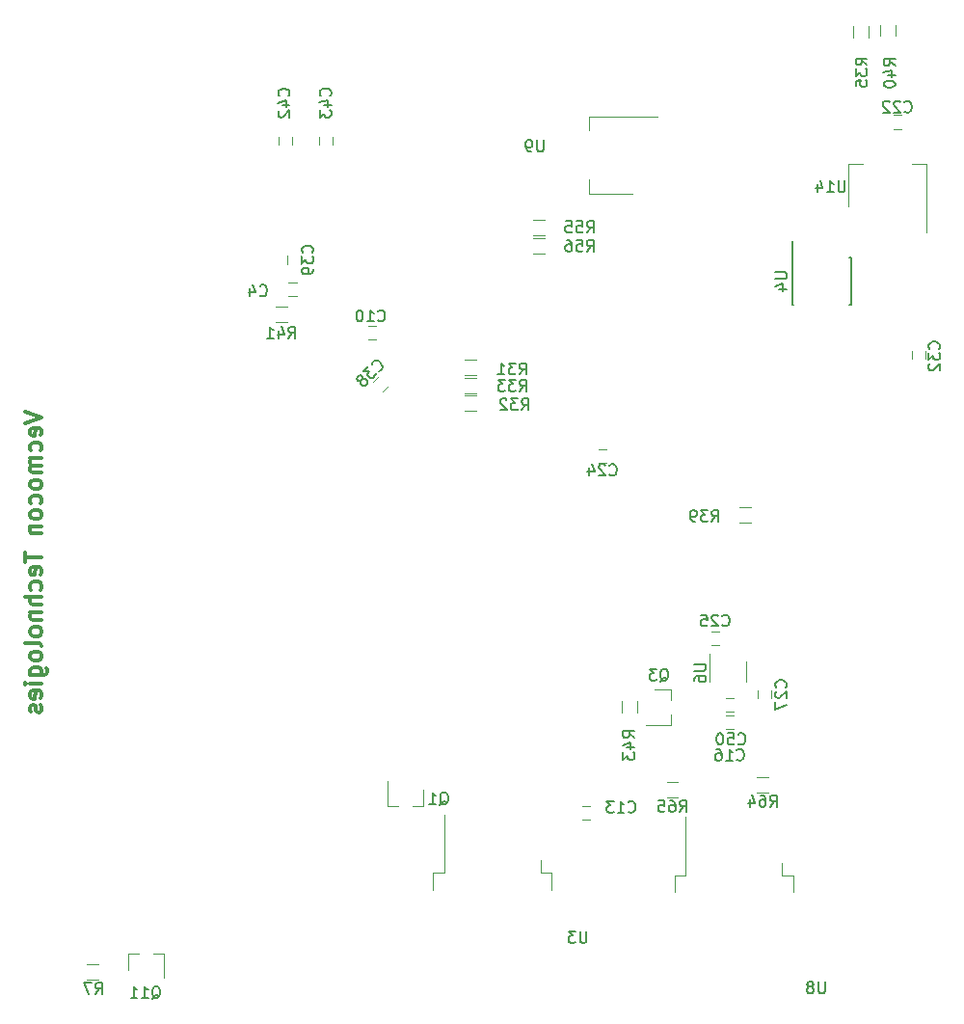
<source format=gbr>
G04 #@! TF.FileFunction,Legend,Bot*
%FSLAX46Y46*%
G04 Gerber Fmt 4.6, Leading zero omitted, Abs format (unit mm)*
G04 Created by KiCad (PCBNEW 4.0.5) date 06/08/18 20:03:19*
%MOMM*%
%LPD*%
G01*
G04 APERTURE LIST*
%ADD10C,0.100000*%
%ADD11C,0.300000*%
%ADD12C,0.120000*%
%ADD13C,0.150000*%
G04 APERTURE END LIST*
D10*
D11*
X112716571Y-97966286D02*
X114216571Y-98466286D01*
X112716571Y-98966286D01*
X114145143Y-100037714D02*
X114216571Y-99894857D01*
X114216571Y-99609143D01*
X114145143Y-99466286D01*
X114002286Y-99394857D01*
X113430857Y-99394857D01*
X113288000Y-99466286D01*
X113216571Y-99609143D01*
X113216571Y-99894857D01*
X113288000Y-100037714D01*
X113430857Y-100109143D01*
X113573714Y-100109143D01*
X113716571Y-99394857D01*
X114145143Y-101394857D02*
X114216571Y-101252000D01*
X114216571Y-100966286D01*
X114145143Y-100823428D01*
X114073714Y-100752000D01*
X113930857Y-100680571D01*
X113502286Y-100680571D01*
X113359429Y-100752000D01*
X113288000Y-100823428D01*
X113216571Y-100966286D01*
X113216571Y-101252000D01*
X113288000Y-101394857D01*
X114216571Y-102037714D02*
X113216571Y-102037714D01*
X113359429Y-102037714D02*
X113288000Y-102109142D01*
X113216571Y-102252000D01*
X113216571Y-102466285D01*
X113288000Y-102609142D01*
X113430857Y-102680571D01*
X114216571Y-102680571D01*
X113430857Y-102680571D02*
X113288000Y-102752000D01*
X113216571Y-102894857D01*
X113216571Y-103109142D01*
X113288000Y-103252000D01*
X113430857Y-103323428D01*
X114216571Y-103323428D01*
X114216571Y-104252000D02*
X114145143Y-104109142D01*
X114073714Y-104037714D01*
X113930857Y-103966285D01*
X113502286Y-103966285D01*
X113359429Y-104037714D01*
X113288000Y-104109142D01*
X113216571Y-104252000D01*
X113216571Y-104466285D01*
X113288000Y-104609142D01*
X113359429Y-104680571D01*
X113502286Y-104752000D01*
X113930857Y-104752000D01*
X114073714Y-104680571D01*
X114145143Y-104609142D01*
X114216571Y-104466285D01*
X114216571Y-104252000D01*
X114145143Y-106037714D02*
X114216571Y-105894857D01*
X114216571Y-105609143D01*
X114145143Y-105466285D01*
X114073714Y-105394857D01*
X113930857Y-105323428D01*
X113502286Y-105323428D01*
X113359429Y-105394857D01*
X113288000Y-105466285D01*
X113216571Y-105609143D01*
X113216571Y-105894857D01*
X113288000Y-106037714D01*
X114216571Y-106894857D02*
X114145143Y-106751999D01*
X114073714Y-106680571D01*
X113930857Y-106609142D01*
X113502286Y-106609142D01*
X113359429Y-106680571D01*
X113288000Y-106751999D01*
X113216571Y-106894857D01*
X113216571Y-107109142D01*
X113288000Y-107251999D01*
X113359429Y-107323428D01*
X113502286Y-107394857D01*
X113930857Y-107394857D01*
X114073714Y-107323428D01*
X114145143Y-107251999D01*
X114216571Y-107109142D01*
X114216571Y-106894857D01*
X113216571Y-108037714D02*
X114216571Y-108037714D01*
X113359429Y-108037714D02*
X113288000Y-108109142D01*
X113216571Y-108252000D01*
X113216571Y-108466285D01*
X113288000Y-108609142D01*
X113430857Y-108680571D01*
X114216571Y-108680571D01*
X112716571Y-110323428D02*
X112716571Y-111180571D01*
X114216571Y-110752000D02*
X112716571Y-110752000D01*
X114145143Y-112251999D02*
X114216571Y-112109142D01*
X114216571Y-111823428D01*
X114145143Y-111680571D01*
X114002286Y-111609142D01*
X113430857Y-111609142D01*
X113288000Y-111680571D01*
X113216571Y-111823428D01*
X113216571Y-112109142D01*
X113288000Y-112251999D01*
X113430857Y-112323428D01*
X113573714Y-112323428D01*
X113716571Y-111609142D01*
X114145143Y-113609142D02*
X114216571Y-113466285D01*
X114216571Y-113180571D01*
X114145143Y-113037713D01*
X114073714Y-112966285D01*
X113930857Y-112894856D01*
X113502286Y-112894856D01*
X113359429Y-112966285D01*
X113288000Y-113037713D01*
X113216571Y-113180571D01*
X113216571Y-113466285D01*
X113288000Y-113609142D01*
X114216571Y-114251999D02*
X112716571Y-114251999D01*
X114216571Y-114894856D02*
X113430857Y-114894856D01*
X113288000Y-114823427D01*
X113216571Y-114680570D01*
X113216571Y-114466285D01*
X113288000Y-114323427D01*
X113359429Y-114251999D01*
X113216571Y-115609142D02*
X114216571Y-115609142D01*
X113359429Y-115609142D02*
X113288000Y-115680570D01*
X113216571Y-115823428D01*
X113216571Y-116037713D01*
X113288000Y-116180570D01*
X113430857Y-116251999D01*
X114216571Y-116251999D01*
X114216571Y-117180571D02*
X114145143Y-117037713D01*
X114073714Y-116966285D01*
X113930857Y-116894856D01*
X113502286Y-116894856D01*
X113359429Y-116966285D01*
X113288000Y-117037713D01*
X113216571Y-117180571D01*
X113216571Y-117394856D01*
X113288000Y-117537713D01*
X113359429Y-117609142D01*
X113502286Y-117680571D01*
X113930857Y-117680571D01*
X114073714Y-117609142D01*
X114145143Y-117537713D01*
X114216571Y-117394856D01*
X114216571Y-117180571D01*
X114216571Y-118537714D02*
X114145143Y-118394856D01*
X114002286Y-118323428D01*
X112716571Y-118323428D01*
X114216571Y-119323428D02*
X114145143Y-119180570D01*
X114073714Y-119109142D01*
X113930857Y-119037713D01*
X113502286Y-119037713D01*
X113359429Y-119109142D01*
X113288000Y-119180570D01*
X113216571Y-119323428D01*
X113216571Y-119537713D01*
X113288000Y-119680570D01*
X113359429Y-119751999D01*
X113502286Y-119823428D01*
X113930857Y-119823428D01*
X114073714Y-119751999D01*
X114145143Y-119680570D01*
X114216571Y-119537713D01*
X114216571Y-119323428D01*
X113216571Y-121109142D02*
X114430857Y-121109142D01*
X114573714Y-121037713D01*
X114645143Y-120966285D01*
X114716571Y-120823428D01*
X114716571Y-120609142D01*
X114645143Y-120466285D01*
X114145143Y-121109142D02*
X114216571Y-120966285D01*
X114216571Y-120680571D01*
X114145143Y-120537713D01*
X114073714Y-120466285D01*
X113930857Y-120394856D01*
X113502286Y-120394856D01*
X113359429Y-120466285D01*
X113288000Y-120537713D01*
X113216571Y-120680571D01*
X113216571Y-120966285D01*
X113288000Y-121109142D01*
X114216571Y-121823428D02*
X113216571Y-121823428D01*
X112716571Y-121823428D02*
X112788000Y-121751999D01*
X112859429Y-121823428D01*
X112788000Y-121894856D01*
X112716571Y-121823428D01*
X112859429Y-121823428D01*
X114145143Y-123109142D02*
X114216571Y-122966285D01*
X114216571Y-122680571D01*
X114145143Y-122537714D01*
X114002286Y-122466285D01*
X113430857Y-122466285D01*
X113288000Y-122537714D01*
X113216571Y-122680571D01*
X113216571Y-122966285D01*
X113288000Y-123109142D01*
X113430857Y-123180571D01*
X113573714Y-123180571D01*
X113716571Y-122466285D01*
X114145143Y-123751999D02*
X114216571Y-123894856D01*
X114216571Y-124180571D01*
X114145143Y-124323428D01*
X114002286Y-124394856D01*
X113930857Y-124394856D01*
X113788000Y-124323428D01*
X113716571Y-124180571D01*
X113716571Y-123966285D01*
X113645143Y-123823428D01*
X113502286Y-123751999D01*
X113430857Y-123751999D01*
X113288000Y-123823428D01*
X113216571Y-123966285D01*
X113216571Y-124180571D01*
X113288000Y-124323428D01*
D12*
X147757000Y-132586000D02*
X146827000Y-132586000D01*
X144597000Y-132586000D02*
X145527000Y-132586000D01*
X144597000Y-132586000D02*
X144597000Y-130426000D01*
X147757000Y-132586000D02*
X147757000Y-131126000D01*
X169460000Y-122370000D02*
X169460000Y-123300000D01*
X169460000Y-125530000D02*
X169460000Y-124600000D01*
X169460000Y-125530000D02*
X167300000Y-125530000D01*
X169460000Y-122370000D02*
X168000000Y-122370000D01*
X148600000Y-139950000D02*
X148600000Y-138450000D01*
X148600000Y-138450000D02*
X149550000Y-138450000D01*
X149550000Y-138450000D02*
X149550000Y-133325000D01*
X159000000Y-139950000D02*
X159000000Y-138450000D01*
X159000000Y-138450000D02*
X158050000Y-138450000D01*
X158050000Y-138450000D02*
X158050000Y-137350000D01*
X176108000Y-119877000D02*
X176108000Y-121677000D01*
X172888000Y-121677000D02*
X172888000Y-119227000D01*
X162301000Y-78848000D02*
X162301000Y-77588000D01*
X162301000Y-72028000D02*
X162301000Y-73288000D01*
X166061000Y-78848000D02*
X162301000Y-78848000D01*
X168311000Y-72028000D02*
X162301000Y-72028000D01*
X169806000Y-140155000D02*
X169806000Y-138655000D01*
X169806000Y-138655000D02*
X170756000Y-138655000D01*
X170756000Y-138655000D02*
X170756000Y-133530000D01*
X180206000Y-140155000D02*
X180206000Y-138655000D01*
X180206000Y-138655000D02*
X179256000Y-138655000D01*
X179256000Y-138655000D02*
X179256000Y-137555000D01*
X185090000Y-76190000D02*
X186350000Y-76190000D01*
X191910000Y-76190000D02*
X190650000Y-76190000D01*
X185090000Y-79950000D02*
X185090000Y-76190000D01*
X191910000Y-82200000D02*
X191910000Y-76190000D01*
X136600000Y-86650000D02*
X135900000Y-86650000D01*
X135900000Y-87850000D02*
X136600000Y-87850000D01*
X142906000Y-91659000D02*
X143606000Y-91659000D01*
X143606000Y-90459000D02*
X142906000Y-90459000D01*
X161650000Y-133800000D02*
X162350000Y-133800000D01*
X162350000Y-132600000D02*
X161650000Y-132600000D01*
X174275000Y-125822000D02*
X174975000Y-125822000D01*
X174975000Y-124622000D02*
X174275000Y-124622000D01*
X189714000Y-71928000D02*
X189014000Y-71928000D01*
X189014000Y-73128000D02*
X189714000Y-73128000D01*
X163099000Y-102454000D02*
X163799000Y-102454000D01*
X163799000Y-101254000D02*
X163099000Y-101254000D01*
X173005000Y-118456000D02*
X173705000Y-118456000D01*
X173705000Y-117256000D02*
X173005000Y-117256000D01*
X177073000Y-122459000D02*
X177073000Y-123159000D01*
X178273000Y-123159000D02*
X178273000Y-122459000D01*
X135036000Y-73818000D02*
X135036000Y-74518000D01*
X136236000Y-74518000D02*
X136236000Y-73818000D01*
X138592000Y-73818000D02*
X138592000Y-74518000D01*
X139792000Y-74518000D02*
X139792000Y-73818000D01*
X174275000Y-124298000D02*
X174975000Y-124298000D01*
X174975000Y-123098000D02*
X174275000Y-123098000D01*
X119150000Y-146460000D02*
X118150000Y-146460000D01*
X118150000Y-147820000D02*
X119150000Y-147820000D01*
X151392000Y-94787000D02*
X152392000Y-94787000D01*
X152392000Y-93427000D02*
X151392000Y-93427000D01*
X152392000Y-96538500D02*
X151392000Y-96538500D01*
X151392000Y-97898500D02*
X152392000Y-97898500D01*
X151392000Y-96374500D02*
X152392000Y-96374500D01*
X152392000Y-95014500D02*
X151392000Y-95014500D01*
X185502000Y-64143000D02*
X185502000Y-65143000D01*
X186862000Y-65143000D02*
X186862000Y-64143000D01*
X176522000Y-106381000D02*
X175522000Y-106381000D01*
X175522000Y-107741000D02*
X176522000Y-107741000D01*
X189240000Y-64990000D02*
X189240000Y-63990000D01*
X187880000Y-63990000D02*
X187880000Y-64990000D01*
X134755000Y-90088000D02*
X135755000Y-90088000D01*
X135755000Y-88728000D02*
X134755000Y-88728000D01*
X165170000Y-123400000D02*
X165170000Y-124400000D01*
X166530000Y-124400000D02*
X166530000Y-123400000D01*
X143823223Y-94828249D02*
X143328249Y-95323223D01*
X144176777Y-96171751D02*
X144671751Y-95676777D01*
X136998000Y-84982800D02*
X136998000Y-84282800D01*
X135798000Y-84282800D02*
X135798000Y-84982800D01*
X191862000Y-93314000D02*
X191862000Y-92614000D01*
X190662000Y-92614000D02*
X190662000Y-93314000D01*
X121780000Y-145530000D02*
X122710000Y-145530000D01*
X124940000Y-145530000D02*
X124010000Y-145530000D01*
X124940000Y-145530000D02*
X124940000Y-147690000D01*
X121780000Y-145530000D02*
X121780000Y-146990000D01*
D13*
X180125000Y-84425000D02*
X180175000Y-84425000D01*
X180125000Y-88575000D02*
X180270000Y-88575000D01*
X185275000Y-88575000D02*
X185130000Y-88575000D01*
X185275000Y-84425000D02*
X185130000Y-84425000D01*
X180125000Y-84425000D02*
X180125000Y-88575000D01*
X185275000Y-84425000D02*
X185275000Y-88575000D01*
X180175000Y-84425000D02*
X180175000Y-83025000D01*
D12*
X158361000Y-81108000D02*
X157361000Y-81108000D01*
X157361000Y-82468000D02*
X158361000Y-82468000D01*
X158361000Y-82759000D02*
X157361000Y-82759000D01*
X157361000Y-84119000D02*
X158361000Y-84119000D01*
X178050000Y-130070000D02*
X177050000Y-130070000D01*
X177050000Y-131430000D02*
X178050000Y-131430000D01*
X170100000Y-130520000D02*
X169100000Y-130520000D01*
X169100000Y-131880000D02*
X170100000Y-131880000D01*
D13*
X149167838Y-132500619D02*
X149263076Y-132453000D01*
X149358314Y-132357762D01*
X149501171Y-132214905D01*
X149596410Y-132167286D01*
X149691648Y-132167286D01*
X149644029Y-132405381D02*
X149739267Y-132357762D01*
X149834505Y-132262524D01*
X149882124Y-132072048D01*
X149882124Y-131738714D01*
X149834505Y-131548238D01*
X149739267Y-131453000D01*
X149644029Y-131405381D01*
X149453552Y-131405381D01*
X149358314Y-131453000D01*
X149263076Y-131548238D01*
X149215457Y-131738714D01*
X149215457Y-132072048D01*
X149263076Y-132262524D01*
X149358314Y-132357762D01*
X149453552Y-132405381D01*
X149644029Y-132405381D01*
X148263076Y-132405381D02*
X148834505Y-132405381D01*
X148548791Y-132405381D02*
X148548791Y-131405381D01*
X148644029Y-131548238D01*
X148739267Y-131643476D01*
X148834505Y-131691095D01*
X168505238Y-121657619D02*
X168600476Y-121610000D01*
X168695714Y-121514762D01*
X168838571Y-121371905D01*
X168933810Y-121324286D01*
X169029048Y-121324286D01*
X168981429Y-121562381D02*
X169076667Y-121514762D01*
X169171905Y-121419524D01*
X169219524Y-121229048D01*
X169219524Y-120895714D01*
X169171905Y-120705238D01*
X169076667Y-120610000D01*
X168981429Y-120562381D01*
X168790952Y-120562381D01*
X168695714Y-120610000D01*
X168600476Y-120705238D01*
X168552857Y-120895714D01*
X168552857Y-121229048D01*
X168600476Y-121419524D01*
X168695714Y-121514762D01*
X168790952Y-121562381D01*
X168981429Y-121562381D01*
X168219524Y-120562381D02*
X167600476Y-120562381D01*
X167933810Y-120943333D01*
X167790952Y-120943333D01*
X167695714Y-120990952D01*
X167648095Y-121038571D01*
X167600476Y-121133810D01*
X167600476Y-121371905D01*
X167648095Y-121467143D01*
X167695714Y-121514762D01*
X167790952Y-121562381D01*
X168076667Y-121562381D01*
X168171905Y-121514762D01*
X168219524Y-121467143D01*
X162051905Y-143597381D02*
X162051905Y-144406905D01*
X162004286Y-144502143D01*
X161956667Y-144549762D01*
X161861429Y-144597381D01*
X161670952Y-144597381D01*
X161575714Y-144549762D01*
X161528095Y-144502143D01*
X161480476Y-144406905D01*
X161480476Y-143597381D01*
X161099524Y-143597381D02*
X160480476Y-143597381D01*
X160813810Y-143978333D01*
X160670952Y-143978333D01*
X160575714Y-144025952D01*
X160528095Y-144073571D01*
X160480476Y-144168810D01*
X160480476Y-144406905D01*
X160528095Y-144502143D01*
X160575714Y-144549762D01*
X160670952Y-144597381D01*
X160956667Y-144597381D01*
X161051905Y-144549762D01*
X161099524Y-144502143D01*
X171537381Y-120142095D02*
X172346905Y-120142095D01*
X172442143Y-120189714D01*
X172489762Y-120237333D01*
X172537381Y-120332571D01*
X172537381Y-120523048D01*
X172489762Y-120618286D01*
X172442143Y-120665905D01*
X172346905Y-120713524D01*
X171537381Y-120713524D01*
X171537381Y-121618286D02*
X171537381Y-121427809D01*
X171585000Y-121332571D01*
X171632619Y-121284952D01*
X171775476Y-121189714D01*
X171965952Y-121142095D01*
X172346905Y-121142095D01*
X172442143Y-121189714D01*
X172489762Y-121237333D01*
X172537381Y-121332571D01*
X172537381Y-121523048D01*
X172489762Y-121618286D01*
X172442143Y-121665905D01*
X172346905Y-121713524D01*
X172108810Y-121713524D01*
X172013571Y-121665905D01*
X171965952Y-121618286D01*
X171918333Y-121523048D01*
X171918333Y-121332571D01*
X171965952Y-121237333D01*
X172013571Y-121189714D01*
X172108810Y-121142095D01*
X158292705Y-74128381D02*
X158292705Y-74937905D01*
X158245086Y-75033143D01*
X158197467Y-75080762D01*
X158102229Y-75128381D01*
X157911752Y-75128381D01*
X157816514Y-75080762D01*
X157768895Y-75033143D01*
X157721276Y-74937905D01*
X157721276Y-74128381D01*
X157197467Y-75128381D02*
X157006991Y-75128381D01*
X156911752Y-75080762D01*
X156864133Y-75033143D01*
X156768895Y-74890286D01*
X156721276Y-74699810D01*
X156721276Y-74318857D01*
X156768895Y-74223619D01*
X156816514Y-74176000D01*
X156911752Y-74128381D01*
X157102229Y-74128381D01*
X157197467Y-74176000D01*
X157245086Y-74223619D01*
X157292705Y-74318857D01*
X157292705Y-74556952D01*
X157245086Y-74652190D01*
X157197467Y-74699810D01*
X157102229Y-74747429D01*
X156911752Y-74747429D01*
X156816514Y-74699810D01*
X156768895Y-74652190D01*
X156721276Y-74556952D01*
X183006905Y-148042381D02*
X183006905Y-148851905D01*
X182959286Y-148947143D01*
X182911667Y-148994762D01*
X182816429Y-149042381D01*
X182625952Y-149042381D01*
X182530714Y-148994762D01*
X182483095Y-148947143D01*
X182435476Y-148851905D01*
X182435476Y-148042381D01*
X181816429Y-148470952D02*
X181911667Y-148423333D01*
X181959286Y-148375714D01*
X182006905Y-148280476D01*
X182006905Y-148232857D01*
X181959286Y-148137619D01*
X181911667Y-148090000D01*
X181816429Y-148042381D01*
X181625952Y-148042381D01*
X181530714Y-148090000D01*
X181483095Y-148137619D01*
X181435476Y-148232857D01*
X181435476Y-148280476D01*
X181483095Y-148375714D01*
X181530714Y-148423333D01*
X181625952Y-148470952D01*
X181816429Y-148470952D01*
X181911667Y-148518571D01*
X181959286Y-148566190D01*
X182006905Y-148661429D01*
X182006905Y-148851905D01*
X181959286Y-148947143D01*
X181911667Y-148994762D01*
X181816429Y-149042381D01*
X181625952Y-149042381D01*
X181530714Y-148994762D01*
X181483095Y-148947143D01*
X181435476Y-148851905D01*
X181435476Y-148661429D01*
X181483095Y-148566190D01*
X181530714Y-148518571D01*
X181625952Y-148470952D01*
X184753095Y-77684381D02*
X184753095Y-78493905D01*
X184705476Y-78589143D01*
X184657857Y-78636762D01*
X184562619Y-78684381D01*
X184372142Y-78684381D01*
X184276904Y-78636762D01*
X184229285Y-78589143D01*
X184181666Y-78493905D01*
X184181666Y-77684381D01*
X183181666Y-78684381D02*
X183753095Y-78684381D01*
X183467381Y-78684381D02*
X183467381Y-77684381D01*
X183562619Y-77827238D01*
X183657857Y-77922476D01*
X183753095Y-77970095D01*
X182324523Y-78017714D02*
X182324523Y-78684381D01*
X182562619Y-77636762D02*
X182800714Y-78351048D01*
X182181666Y-78351048D01*
X133368666Y-87734143D02*
X133416285Y-87781762D01*
X133559142Y-87829381D01*
X133654380Y-87829381D01*
X133797238Y-87781762D01*
X133892476Y-87686524D01*
X133940095Y-87591286D01*
X133987714Y-87400810D01*
X133987714Y-87257952D01*
X133940095Y-87067476D01*
X133892476Y-86972238D01*
X133797238Y-86877000D01*
X133654380Y-86829381D01*
X133559142Y-86829381D01*
X133416285Y-86877000D01*
X133368666Y-86924619D01*
X132511523Y-87162714D02*
X132511523Y-87829381D01*
X132749619Y-86781762D02*
X132987714Y-87496048D01*
X132368666Y-87496048D01*
X143742857Y-89957143D02*
X143790476Y-90004762D01*
X143933333Y-90052381D01*
X144028571Y-90052381D01*
X144171429Y-90004762D01*
X144266667Y-89909524D01*
X144314286Y-89814286D01*
X144361905Y-89623810D01*
X144361905Y-89480952D01*
X144314286Y-89290476D01*
X144266667Y-89195238D01*
X144171429Y-89100000D01*
X144028571Y-89052381D01*
X143933333Y-89052381D01*
X143790476Y-89100000D01*
X143742857Y-89147619D01*
X142790476Y-90052381D02*
X143361905Y-90052381D01*
X143076191Y-90052381D02*
X143076191Y-89052381D01*
X143171429Y-89195238D01*
X143266667Y-89290476D01*
X143361905Y-89338095D01*
X142171429Y-89052381D02*
X142076190Y-89052381D01*
X141980952Y-89100000D01*
X141933333Y-89147619D01*
X141885714Y-89242857D01*
X141838095Y-89433333D01*
X141838095Y-89671429D01*
X141885714Y-89861905D01*
X141933333Y-89957143D01*
X141980952Y-90004762D01*
X142076190Y-90052381D01*
X142171429Y-90052381D01*
X142266667Y-90004762D01*
X142314286Y-89957143D01*
X142361905Y-89861905D01*
X142409524Y-89671429D01*
X142409524Y-89433333D01*
X142361905Y-89242857D01*
X142314286Y-89147619D01*
X142266667Y-89100000D01*
X142171429Y-89052381D01*
X165742857Y-133072143D02*
X165790476Y-133119762D01*
X165933333Y-133167381D01*
X166028571Y-133167381D01*
X166171429Y-133119762D01*
X166266667Y-133024524D01*
X166314286Y-132929286D01*
X166361905Y-132738810D01*
X166361905Y-132595952D01*
X166314286Y-132405476D01*
X166266667Y-132310238D01*
X166171429Y-132215000D01*
X166028571Y-132167381D01*
X165933333Y-132167381D01*
X165790476Y-132215000D01*
X165742857Y-132262619D01*
X164790476Y-133167381D02*
X165361905Y-133167381D01*
X165076191Y-133167381D02*
X165076191Y-132167381D01*
X165171429Y-132310238D01*
X165266667Y-132405476D01*
X165361905Y-132453095D01*
X164457143Y-132167381D02*
X163838095Y-132167381D01*
X164171429Y-132548333D01*
X164028571Y-132548333D01*
X163933333Y-132595952D01*
X163885714Y-132643571D01*
X163838095Y-132738810D01*
X163838095Y-132976905D01*
X163885714Y-133072143D01*
X163933333Y-133119762D01*
X164028571Y-133167381D01*
X164314286Y-133167381D01*
X164409524Y-133119762D01*
X164457143Y-133072143D01*
X175267857Y-128500143D02*
X175315476Y-128547762D01*
X175458333Y-128595381D01*
X175553571Y-128595381D01*
X175696429Y-128547762D01*
X175791667Y-128452524D01*
X175839286Y-128357286D01*
X175886905Y-128166810D01*
X175886905Y-128023952D01*
X175839286Y-127833476D01*
X175791667Y-127738238D01*
X175696429Y-127643000D01*
X175553571Y-127595381D01*
X175458333Y-127595381D01*
X175315476Y-127643000D01*
X175267857Y-127690619D01*
X174315476Y-128595381D02*
X174886905Y-128595381D01*
X174601191Y-128595381D02*
X174601191Y-127595381D01*
X174696429Y-127738238D01*
X174791667Y-127833476D01*
X174886905Y-127881095D01*
X173458333Y-127595381D02*
X173648810Y-127595381D01*
X173744048Y-127643000D01*
X173791667Y-127690619D01*
X173886905Y-127833476D01*
X173934524Y-128023952D01*
X173934524Y-128404905D01*
X173886905Y-128500143D01*
X173839286Y-128547762D01*
X173744048Y-128595381D01*
X173553571Y-128595381D01*
X173458333Y-128547762D01*
X173410714Y-128500143D01*
X173363095Y-128404905D01*
X173363095Y-128166810D01*
X173410714Y-128071571D01*
X173458333Y-128023952D01*
X173553571Y-127976333D01*
X173744048Y-127976333D01*
X173839286Y-128023952D01*
X173886905Y-128071571D01*
X173934524Y-128166810D01*
X189999857Y-71604143D02*
X190047476Y-71651762D01*
X190190333Y-71699381D01*
X190285571Y-71699381D01*
X190428429Y-71651762D01*
X190523667Y-71556524D01*
X190571286Y-71461286D01*
X190618905Y-71270810D01*
X190618905Y-71127952D01*
X190571286Y-70937476D01*
X190523667Y-70842238D01*
X190428429Y-70747000D01*
X190285571Y-70699381D01*
X190190333Y-70699381D01*
X190047476Y-70747000D01*
X189999857Y-70794619D01*
X189618905Y-70794619D02*
X189571286Y-70747000D01*
X189476048Y-70699381D01*
X189237952Y-70699381D01*
X189142714Y-70747000D01*
X189095095Y-70794619D01*
X189047476Y-70889857D01*
X189047476Y-70985095D01*
X189095095Y-71127952D01*
X189666524Y-71699381D01*
X189047476Y-71699381D01*
X188666524Y-70794619D02*
X188618905Y-70747000D01*
X188523667Y-70699381D01*
X188285571Y-70699381D01*
X188190333Y-70747000D01*
X188142714Y-70794619D01*
X188095095Y-70889857D01*
X188095095Y-70985095D01*
X188142714Y-71127952D01*
X188714143Y-71699381D01*
X188095095Y-71699381D01*
X164091857Y-103481143D02*
X164139476Y-103528762D01*
X164282333Y-103576381D01*
X164377571Y-103576381D01*
X164520429Y-103528762D01*
X164615667Y-103433524D01*
X164663286Y-103338286D01*
X164710905Y-103147810D01*
X164710905Y-103004952D01*
X164663286Y-102814476D01*
X164615667Y-102719238D01*
X164520429Y-102624000D01*
X164377571Y-102576381D01*
X164282333Y-102576381D01*
X164139476Y-102624000D01*
X164091857Y-102671619D01*
X163710905Y-102671619D02*
X163663286Y-102624000D01*
X163568048Y-102576381D01*
X163329952Y-102576381D01*
X163234714Y-102624000D01*
X163187095Y-102671619D01*
X163139476Y-102766857D01*
X163139476Y-102862095D01*
X163187095Y-103004952D01*
X163758524Y-103576381D01*
X163139476Y-103576381D01*
X162282333Y-102909714D02*
X162282333Y-103576381D01*
X162520429Y-102528762D02*
X162758524Y-103243048D01*
X162139476Y-103243048D01*
X173997857Y-116713143D02*
X174045476Y-116760762D01*
X174188333Y-116808381D01*
X174283571Y-116808381D01*
X174426429Y-116760762D01*
X174521667Y-116665524D01*
X174569286Y-116570286D01*
X174616905Y-116379810D01*
X174616905Y-116236952D01*
X174569286Y-116046476D01*
X174521667Y-115951238D01*
X174426429Y-115856000D01*
X174283571Y-115808381D01*
X174188333Y-115808381D01*
X174045476Y-115856000D01*
X173997857Y-115903619D01*
X173616905Y-115903619D02*
X173569286Y-115856000D01*
X173474048Y-115808381D01*
X173235952Y-115808381D01*
X173140714Y-115856000D01*
X173093095Y-115903619D01*
X173045476Y-115998857D01*
X173045476Y-116094095D01*
X173093095Y-116236952D01*
X173664524Y-116808381D01*
X173045476Y-116808381D01*
X172140714Y-115808381D02*
X172616905Y-115808381D01*
X172664524Y-116284571D01*
X172616905Y-116236952D01*
X172521667Y-116189333D01*
X172283571Y-116189333D01*
X172188333Y-116236952D01*
X172140714Y-116284571D01*
X172093095Y-116379810D01*
X172093095Y-116617905D01*
X172140714Y-116713143D01*
X172188333Y-116760762D01*
X172283571Y-116808381D01*
X172521667Y-116808381D01*
X172616905Y-116760762D01*
X172664524Y-116713143D01*
X179554143Y-122166143D02*
X179601762Y-122118524D01*
X179649381Y-121975667D01*
X179649381Y-121880429D01*
X179601762Y-121737571D01*
X179506524Y-121642333D01*
X179411286Y-121594714D01*
X179220810Y-121547095D01*
X179077952Y-121547095D01*
X178887476Y-121594714D01*
X178792238Y-121642333D01*
X178697000Y-121737571D01*
X178649381Y-121880429D01*
X178649381Y-121975667D01*
X178697000Y-122118524D01*
X178744619Y-122166143D01*
X178744619Y-122547095D02*
X178697000Y-122594714D01*
X178649381Y-122689952D01*
X178649381Y-122928048D01*
X178697000Y-123023286D01*
X178744619Y-123070905D01*
X178839857Y-123118524D01*
X178935095Y-123118524D01*
X179077952Y-123070905D01*
X179649381Y-122499476D01*
X179649381Y-123118524D01*
X178649381Y-123451857D02*
X178649381Y-124118524D01*
X179649381Y-123689952D01*
X135893143Y-70225143D02*
X135940762Y-70177524D01*
X135988381Y-70034667D01*
X135988381Y-69939429D01*
X135940762Y-69796571D01*
X135845524Y-69701333D01*
X135750286Y-69653714D01*
X135559810Y-69606095D01*
X135416952Y-69606095D01*
X135226476Y-69653714D01*
X135131238Y-69701333D01*
X135036000Y-69796571D01*
X134988381Y-69939429D01*
X134988381Y-70034667D01*
X135036000Y-70177524D01*
X135083619Y-70225143D01*
X135321714Y-71082286D02*
X135988381Y-71082286D01*
X134940762Y-70844190D02*
X135655048Y-70606095D01*
X135655048Y-71225143D01*
X135083619Y-71558476D02*
X135036000Y-71606095D01*
X134988381Y-71701333D01*
X134988381Y-71939429D01*
X135036000Y-72034667D01*
X135083619Y-72082286D01*
X135178857Y-72129905D01*
X135274095Y-72129905D01*
X135416952Y-72082286D01*
X135988381Y-71510857D01*
X135988381Y-72129905D01*
X139541143Y-70210143D02*
X139588762Y-70162524D01*
X139636381Y-70019667D01*
X139636381Y-69924429D01*
X139588762Y-69781571D01*
X139493524Y-69686333D01*
X139398286Y-69638714D01*
X139207810Y-69591095D01*
X139064952Y-69591095D01*
X138874476Y-69638714D01*
X138779238Y-69686333D01*
X138684000Y-69781571D01*
X138636381Y-69924429D01*
X138636381Y-70019667D01*
X138684000Y-70162524D01*
X138731619Y-70210143D01*
X138969714Y-71067286D02*
X139636381Y-71067286D01*
X138588762Y-70829190D02*
X139303048Y-70591095D01*
X139303048Y-71210143D01*
X138636381Y-71495857D02*
X138636381Y-72114905D01*
X139017333Y-71781571D01*
X139017333Y-71924429D01*
X139064952Y-72019667D01*
X139112571Y-72067286D01*
X139207810Y-72114905D01*
X139445905Y-72114905D01*
X139541143Y-72067286D01*
X139588762Y-72019667D01*
X139636381Y-71924429D01*
X139636381Y-71638714D01*
X139588762Y-71543476D01*
X139541143Y-71495857D01*
X175394857Y-127103143D02*
X175442476Y-127150762D01*
X175585333Y-127198381D01*
X175680571Y-127198381D01*
X175823429Y-127150762D01*
X175918667Y-127055524D01*
X175966286Y-126960286D01*
X176013905Y-126769810D01*
X176013905Y-126626952D01*
X175966286Y-126436476D01*
X175918667Y-126341238D01*
X175823429Y-126246000D01*
X175680571Y-126198381D01*
X175585333Y-126198381D01*
X175442476Y-126246000D01*
X175394857Y-126293619D01*
X174490095Y-126198381D02*
X174966286Y-126198381D01*
X175013905Y-126674571D01*
X174966286Y-126626952D01*
X174871048Y-126579333D01*
X174632952Y-126579333D01*
X174537714Y-126626952D01*
X174490095Y-126674571D01*
X174442476Y-126769810D01*
X174442476Y-127007905D01*
X174490095Y-127103143D01*
X174537714Y-127150762D01*
X174632952Y-127198381D01*
X174871048Y-127198381D01*
X174966286Y-127150762D01*
X175013905Y-127103143D01*
X173823429Y-126198381D02*
X173728190Y-126198381D01*
X173632952Y-126246000D01*
X173585333Y-126293619D01*
X173537714Y-126388857D01*
X173490095Y-126579333D01*
X173490095Y-126817429D01*
X173537714Y-127007905D01*
X173585333Y-127103143D01*
X173632952Y-127150762D01*
X173728190Y-127198381D01*
X173823429Y-127198381D01*
X173918667Y-127150762D01*
X173966286Y-127103143D01*
X174013905Y-127007905D01*
X174061524Y-126817429D01*
X174061524Y-126579333D01*
X174013905Y-126388857D01*
X173966286Y-126293619D01*
X173918667Y-126246000D01*
X173823429Y-126198381D01*
X118926666Y-149102381D02*
X119260000Y-148626190D01*
X119498095Y-149102381D02*
X119498095Y-148102381D01*
X119117142Y-148102381D01*
X119021904Y-148150000D01*
X118974285Y-148197619D01*
X118926666Y-148292857D01*
X118926666Y-148435714D01*
X118974285Y-148530952D01*
X119021904Y-148578571D01*
X119117142Y-148626190D01*
X119498095Y-148626190D01*
X118593333Y-148102381D02*
X117926666Y-148102381D01*
X118355238Y-149102381D01*
X156167057Y-94711781D02*
X156500391Y-94235590D01*
X156738486Y-94711781D02*
X156738486Y-93711781D01*
X156357533Y-93711781D01*
X156262295Y-93759400D01*
X156214676Y-93807019D01*
X156167057Y-93902257D01*
X156167057Y-94045114D01*
X156214676Y-94140352D01*
X156262295Y-94187971D01*
X156357533Y-94235590D01*
X156738486Y-94235590D01*
X155833724Y-93711781D02*
X155214676Y-93711781D01*
X155548010Y-94092733D01*
X155405152Y-94092733D01*
X155309914Y-94140352D01*
X155262295Y-94187971D01*
X155214676Y-94283210D01*
X155214676Y-94521305D01*
X155262295Y-94616543D01*
X155309914Y-94664162D01*
X155405152Y-94711781D01*
X155690867Y-94711781D01*
X155786105Y-94664162D01*
X155833724Y-94616543D01*
X154262295Y-94711781D02*
X154833724Y-94711781D01*
X154548010Y-94711781D02*
X154548010Y-93711781D01*
X154643248Y-93854638D01*
X154738486Y-93949876D01*
X154833724Y-93997495D01*
X156370257Y-97823281D02*
X156703591Y-97347090D01*
X156941686Y-97823281D02*
X156941686Y-96823281D01*
X156560733Y-96823281D01*
X156465495Y-96870900D01*
X156417876Y-96918519D01*
X156370257Y-97013757D01*
X156370257Y-97156614D01*
X156417876Y-97251852D01*
X156465495Y-97299471D01*
X156560733Y-97347090D01*
X156941686Y-97347090D01*
X156036924Y-96823281D02*
X155417876Y-96823281D01*
X155751210Y-97204233D01*
X155608352Y-97204233D01*
X155513114Y-97251852D01*
X155465495Y-97299471D01*
X155417876Y-97394710D01*
X155417876Y-97632805D01*
X155465495Y-97728043D01*
X155513114Y-97775662D01*
X155608352Y-97823281D01*
X155894067Y-97823281D01*
X155989305Y-97775662D01*
X156036924Y-97728043D01*
X155036924Y-96918519D02*
X154989305Y-96870900D01*
X154894067Y-96823281D01*
X154655971Y-96823281D01*
X154560733Y-96870900D01*
X154513114Y-96918519D01*
X154465495Y-97013757D01*
X154465495Y-97108995D01*
X154513114Y-97251852D01*
X155084543Y-97823281D01*
X154465495Y-97823281D01*
X156192457Y-96172281D02*
X156525791Y-95696090D01*
X156763886Y-96172281D02*
X156763886Y-95172281D01*
X156382933Y-95172281D01*
X156287695Y-95219900D01*
X156240076Y-95267519D01*
X156192457Y-95362757D01*
X156192457Y-95505614D01*
X156240076Y-95600852D01*
X156287695Y-95648471D01*
X156382933Y-95696090D01*
X156763886Y-95696090D01*
X155859124Y-95172281D02*
X155240076Y-95172281D01*
X155573410Y-95553233D01*
X155430552Y-95553233D01*
X155335314Y-95600852D01*
X155287695Y-95648471D01*
X155240076Y-95743710D01*
X155240076Y-95981805D01*
X155287695Y-96077043D01*
X155335314Y-96124662D01*
X155430552Y-96172281D01*
X155716267Y-96172281D01*
X155811505Y-96124662D01*
X155859124Y-96077043D01*
X154906743Y-95172281D02*
X154287695Y-95172281D01*
X154621029Y-95553233D01*
X154478171Y-95553233D01*
X154382933Y-95600852D01*
X154335314Y-95648471D01*
X154287695Y-95743710D01*
X154287695Y-95981805D01*
X154335314Y-96077043D01*
X154382933Y-96124662D01*
X154478171Y-96172281D01*
X154763886Y-96172281D01*
X154859124Y-96124662D01*
X154906743Y-96077043D01*
X186702381Y-67527143D02*
X186226190Y-67193809D01*
X186702381Y-66955714D02*
X185702381Y-66955714D01*
X185702381Y-67336667D01*
X185750000Y-67431905D01*
X185797619Y-67479524D01*
X185892857Y-67527143D01*
X186035714Y-67527143D01*
X186130952Y-67479524D01*
X186178571Y-67431905D01*
X186226190Y-67336667D01*
X186226190Y-66955714D01*
X185702381Y-67860476D02*
X185702381Y-68479524D01*
X186083333Y-68146190D01*
X186083333Y-68289048D01*
X186130952Y-68384286D01*
X186178571Y-68431905D01*
X186273810Y-68479524D01*
X186511905Y-68479524D01*
X186607143Y-68431905D01*
X186654762Y-68384286D01*
X186702381Y-68289048D01*
X186702381Y-68003333D01*
X186654762Y-67908095D01*
X186607143Y-67860476D01*
X185702381Y-69384286D02*
X185702381Y-68908095D01*
X186178571Y-68860476D01*
X186130952Y-68908095D01*
X186083333Y-69003333D01*
X186083333Y-69241429D01*
X186130952Y-69336667D01*
X186178571Y-69384286D01*
X186273810Y-69431905D01*
X186511905Y-69431905D01*
X186607143Y-69384286D01*
X186654762Y-69336667D01*
X186702381Y-69241429D01*
X186702381Y-69003333D01*
X186654762Y-68908095D01*
X186607143Y-68860476D01*
X173064857Y-107613381D02*
X173398191Y-107137190D01*
X173636286Y-107613381D02*
X173636286Y-106613381D01*
X173255333Y-106613381D01*
X173160095Y-106661000D01*
X173112476Y-106708619D01*
X173064857Y-106803857D01*
X173064857Y-106946714D01*
X173112476Y-107041952D01*
X173160095Y-107089571D01*
X173255333Y-107137190D01*
X173636286Y-107137190D01*
X172731524Y-106613381D02*
X172112476Y-106613381D01*
X172445810Y-106994333D01*
X172302952Y-106994333D01*
X172207714Y-107041952D01*
X172160095Y-107089571D01*
X172112476Y-107184810D01*
X172112476Y-107422905D01*
X172160095Y-107518143D01*
X172207714Y-107565762D01*
X172302952Y-107613381D01*
X172588667Y-107613381D01*
X172683905Y-107565762D01*
X172731524Y-107518143D01*
X171636286Y-107613381D02*
X171445810Y-107613381D01*
X171350571Y-107565762D01*
X171302952Y-107518143D01*
X171207714Y-107375286D01*
X171160095Y-107184810D01*
X171160095Y-106803857D01*
X171207714Y-106708619D01*
X171255333Y-106661000D01*
X171350571Y-106613381D01*
X171541048Y-106613381D01*
X171636286Y-106661000D01*
X171683905Y-106708619D01*
X171731524Y-106803857D01*
X171731524Y-107041952D01*
X171683905Y-107137190D01*
X171636286Y-107184810D01*
X171541048Y-107232429D01*
X171350571Y-107232429D01*
X171255333Y-107184810D01*
X171207714Y-107137190D01*
X171160095Y-107041952D01*
X189172381Y-67587143D02*
X188696190Y-67253809D01*
X189172381Y-67015714D02*
X188172381Y-67015714D01*
X188172381Y-67396667D01*
X188220000Y-67491905D01*
X188267619Y-67539524D01*
X188362857Y-67587143D01*
X188505714Y-67587143D01*
X188600952Y-67539524D01*
X188648571Y-67491905D01*
X188696190Y-67396667D01*
X188696190Y-67015714D01*
X188505714Y-68444286D02*
X189172381Y-68444286D01*
X188124762Y-68206190D02*
X188839048Y-67968095D01*
X188839048Y-68587143D01*
X188172381Y-69158571D02*
X188172381Y-69253810D01*
X188220000Y-69349048D01*
X188267619Y-69396667D01*
X188362857Y-69444286D01*
X188553333Y-69491905D01*
X188791429Y-69491905D01*
X188981905Y-69444286D01*
X189077143Y-69396667D01*
X189124762Y-69349048D01*
X189172381Y-69253810D01*
X189172381Y-69158571D01*
X189124762Y-69063333D01*
X189077143Y-69015714D01*
X188981905Y-68968095D01*
X188791429Y-68920476D01*
X188553333Y-68920476D01*
X188362857Y-68968095D01*
X188267619Y-69015714D01*
X188220000Y-69063333D01*
X188172381Y-69158571D01*
X135897857Y-91511381D02*
X136231191Y-91035190D01*
X136469286Y-91511381D02*
X136469286Y-90511381D01*
X136088333Y-90511381D01*
X135993095Y-90559000D01*
X135945476Y-90606619D01*
X135897857Y-90701857D01*
X135897857Y-90844714D01*
X135945476Y-90939952D01*
X135993095Y-90987571D01*
X136088333Y-91035190D01*
X136469286Y-91035190D01*
X135040714Y-90844714D02*
X135040714Y-91511381D01*
X135278810Y-90463762D02*
X135516905Y-91178048D01*
X134897857Y-91178048D01*
X133993095Y-91511381D02*
X134564524Y-91511381D01*
X134278810Y-91511381D02*
X134278810Y-90511381D01*
X134374048Y-90654238D01*
X134469286Y-90749476D01*
X134564524Y-90797095D01*
X166272381Y-126607143D02*
X165796190Y-126273809D01*
X166272381Y-126035714D02*
X165272381Y-126035714D01*
X165272381Y-126416667D01*
X165320000Y-126511905D01*
X165367619Y-126559524D01*
X165462857Y-126607143D01*
X165605714Y-126607143D01*
X165700952Y-126559524D01*
X165748571Y-126511905D01*
X165796190Y-126416667D01*
X165796190Y-126035714D01*
X165605714Y-127464286D02*
X166272381Y-127464286D01*
X165224762Y-127226190D02*
X165939048Y-126988095D01*
X165939048Y-127607143D01*
X165272381Y-127892857D02*
X165272381Y-128511905D01*
X165653333Y-128178571D01*
X165653333Y-128321429D01*
X165700952Y-128416667D01*
X165748571Y-128464286D01*
X165843810Y-128511905D01*
X166081905Y-128511905D01*
X166177143Y-128464286D01*
X166224762Y-128416667D01*
X166272381Y-128321429D01*
X166272381Y-128035714D01*
X166224762Y-127940476D01*
X166177143Y-127892857D01*
X143787868Y-94378731D02*
X143855211Y-94378731D01*
X143989898Y-94311387D01*
X144057242Y-94244044D01*
X144124586Y-94109356D01*
X144124586Y-93974669D01*
X144090914Y-93873654D01*
X143989899Y-93705296D01*
X143888883Y-93604280D01*
X143720524Y-93503265D01*
X143619509Y-93469593D01*
X143484822Y-93469593D01*
X143350135Y-93536937D01*
X143282791Y-93604280D01*
X143215448Y-93738967D01*
X143215448Y-93806311D01*
X142912402Y-93974669D02*
X142474669Y-94412402D01*
X142979746Y-94446073D01*
X142878730Y-94547089D01*
X142845058Y-94648104D01*
X142845058Y-94715448D01*
X142878731Y-94816464D01*
X143047089Y-94984822D01*
X143148104Y-95018494D01*
X143215448Y-95018494D01*
X143316463Y-94984822D01*
X143518494Y-94782791D01*
X143552166Y-94681776D01*
X143552166Y-94614433D01*
X142373654Y-95119508D02*
X142407326Y-95018493D01*
X142407326Y-94951150D01*
X142373654Y-94850135D01*
X142339983Y-94816463D01*
X142238967Y-94782791D01*
X142171624Y-94782791D01*
X142070609Y-94816463D01*
X141935921Y-94951151D01*
X141902249Y-95052166D01*
X141902249Y-95119509D01*
X141935921Y-95220524D01*
X141969593Y-95254196D01*
X142070608Y-95287868D01*
X142137951Y-95287868D01*
X142238967Y-95254196D01*
X142373654Y-95119508D01*
X142474669Y-95085837D01*
X142542013Y-95085837D01*
X142643029Y-95119509D01*
X142777716Y-95254196D01*
X142811387Y-95355211D01*
X142811387Y-95422555D01*
X142777716Y-95523570D01*
X142643028Y-95658257D01*
X142542013Y-95691929D01*
X142474669Y-95691929D01*
X142373654Y-95658257D01*
X142238967Y-95523571D01*
X142205295Y-95422555D01*
X142205295Y-95355211D01*
X142238967Y-95254196D01*
X137955143Y-83989943D02*
X138002762Y-83942324D01*
X138050381Y-83799467D01*
X138050381Y-83704229D01*
X138002762Y-83561371D01*
X137907524Y-83466133D01*
X137812286Y-83418514D01*
X137621810Y-83370895D01*
X137478952Y-83370895D01*
X137288476Y-83418514D01*
X137193238Y-83466133D01*
X137098000Y-83561371D01*
X137050381Y-83704229D01*
X137050381Y-83799467D01*
X137098000Y-83942324D01*
X137145619Y-83989943D01*
X137050381Y-84323276D02*
X137050381Y-84942324D01*
X137431333Y-84608990D01*
X137431333Y-84751848D01*
X137478952Y-84847086D01*
X137526571Y-84894705D01*
X137621810Y-84942324D01*
X137859905Y-84942324D01*
X137955143Y-84894705D01*
X138002762Y-84847086D01*
X138050381Y-84751848D01*
X138050381Y-84466133D01*
X138002762Y-84370895D01*
X137955143Y-84323276D01*
X138050381Y-85418514D02*
X138050381Y-85608990D01*
X138002762Y-85704229D01*
X137955143Y-85751848D01*
X137812286Y-85847086D01*
X137621810Y-85894705D01*
X137240857Y-85894705D01*
X137145619Y-85847086D01*
X137098000Y-85799467D01*
X137050381Y-85704229D01*
X137050381Y-85513752D01*
X137098000Y-85418514D01*
X137145619Y-85370895D01*
X137240857Y-85323276D01*
X137478952Y-85323276D01*
X137574190Y-85370895D01*
X137621810Y-85418514D01*
X137669429Y-85513752D01*
X137669429Y-85704229D01*
X137621810Y-85799467D01*
X137574190Y-85847086D01*
X137478952Y-85894705D01*
X193016143Y-92448143D02*
X193063762Y-92400524D01*
X193111381Y-92257667D01*
X193111381Y-92162429D01*
X193063762Y-92019571D01*
X192968524Y-91924333D01*
X192873286Y-91876714D01*
X192682810Y-91829095D01*
X192539952Y-91829095D01*
X192349476Y-91876714D01*
X192254238Y-91924333D01*
X192159000Y-92019571D01*
X192111381Y-92162429D01*
X192111381Y-92257667D01*
X192159000Y-92400524D01*
X192206619Y-92448143D01*
X192111381Y-92781476D02*
X192111381Y-93400524D01*
X192492333Y-93067190D01*
X192492333Y-93210048D01*
X192539952Y-93305286D01*
X192587571Y-93352905D01*
X192682810Y-93400524D01*
X192920905Y-93400524D01*
X193016143Y-93352905D01*
X193063762Y-93305286D01*
X193111381Y-93210048D01*
X193111381Y-92924333D01*
X193063762Y-92829095D01*
X193016143Y-92781476D01*
X192206619Y-93781476D02*
X192159000Y-93829095D01*
X192111381Y-93924333D01*
X192111381Y-94162429D01*
X192159000Y-94257667D01*
X192206619Y-94305286D01*
X192301857Y-94352905D01*
X192397095Y-94352905D01*
X192539952Y-94305286D01*
X193111381Y-93733857D01*
X193111381Y-94352905D01*
X123888428Y-149518619D02*
X123983666Y-149471000D01*
X124078904Y-149375762D01*
X124221761Y-149232905D01*
X124317000Y-149185286D01*
X124412238Y-149185286D01*
X124364619Y-149423381D02*
X124459857Y-149375762D01*
X124555095Y-149280524D01*
X124602714Y-149090048D01*
X124602714Y-148756714D01*
X124555095Y-148566238D01*
X124459857Y-148471000D01*
X124364619Y-148423381D01*
X124174142Y-148423381D01*
X124078904Y-148471000D01*
X123983666Y-148566238D01*
X123936047Y-148756714D01*
X123936047Y-149090048D01*
X123983666Y-149280524D01*
X124078904Y-149375762D01*
X124174142Y-149423381D01*
X124364619Y-149423381D01*
X122983666Y-149423381D02*
X123555095Y-149423381D01*
X123269381Y-149423381D02*
X123269381Y-148423381D01*
X123364619Y-148566238D01*
X123459857Y-148661476D01*
X123555095Y-148709095D01*
X122031285Y-149423381D02*
X122602714Y-149423381D01*
X122317000Y-149423381D02*
X122317000Y-148423381D01*
X122412238Y-148566238D01*
X122507476Y-148661476D01*
X122602714Y-148709095D01*
X178652381Y-85738095D02*
X179461905Y-85738095D01*
X179557143Y-85785714D01*
X179604762Y-85833333D01*
X179652381Y-85928571D01*
X179652381Y-86119048D01*
X179604762Y-86214286D01*
X179557143Y-86261905D01*
X179461905Y-86309524D01*
X178652381Y-86309524D01*
X178985714Y-87214286D02*
X179652381Y-87214286D01*
X178604762Y-86976190D02*
X179319048Y-86738095D01*
X179319048Y-87357143D01*
X162103857Y-82240381D02*
X162437191Y-81764190D01*
X162675286Y-82240381D02*
X162675286Y-81240381D01*
X162294333Y-81240381D01*
X162199095Y-81288000D01*
X162151476Y-81335619D01*
X162103857Y-81430857D01*
X162103857Y-81573714D01*
X162151476Y-81668952D01*
X162199095Y-81716571D01*
X162294333Y-81764190D01*
X162675286Y-81764190D01*
X161199095Y-81240381D02*
X161675286Y-81240381D01*
X161722905Y-81716571D01*
X161675286Y-81668952D01*
X161580048Y-81621333D01*
X161341952Y-81621333D01*
X161246714Y-81668952D01*
X161199095Y-81716571D01*
X161151476Y-81811810D01*
X161151476Y-82049905D01*
X161199095Y-82145143D01*
X161246714Y-82192762D01*
X161341952Y-82240381D01*
X161580048Y-82240381D01*
X161675286Y-82192762D01*
X161722905Y-82145143D01*
X160246714Y-81240381D02*
X160722905Y-81240381D01*
X160770524Y-81716571D01*
X160722905Y-81668952D01*
X160627667Y-81621333D01*
X160389571Y-81621333D01*
X160294333Y-81668952D01*
X160246714Y-81716571D01*
X160199095Y-81811810D01*
X160199095Y-82049905D01*
X160246714Y-82145143D01*
X160294333Y-82192762D01*
X160389571Y-82240381D01*
X160627667Y-82240381D01*
X160722905Y-82192762D01*
X160770524Y-82145143D01*
X162103857Y-83891381D02*
X162437191Y-83415190D01*
X162675286Y-83891381D02*
X162675286Y-82891381D01*
X162294333Y-82891381D01*
X162199095Y-82939000D01*
X162151476Y-82986619D01*
X162103857Y-83081857D01*
X162103857Y-83224714D01*
X162151476Y-83319952D01*
X162199095Y-83367571D01*
X162294333Y-83415190D01*
X162675286Y-83415190D01*
X161199095Y-82891381D02*
X161675286Y-82891381D01*
X161722905Y-83367571D01*
X161675286Y-83319952D01*
X161580048Y-83272333D01*
X161341952Y-83272333D01*
X161246714Y-83319952D01*
X161199095Y-83367571D01*
X161151476Y-83462810D01*
X161151476Y-83700905D01*
X161199095Y-83796143D01*
X161246714Y-83843762D01*
X161341952Y-83891381D01*
X161580048Y-83891381D01*
X161675286Y-83843762D01*
X161722905Y-83796143D01*
X160294333Y-82891381D02*
X160484810Y-82891381D01*
X160580048Y-82939000D01*
X160627667Y-82986619D01*
X160722905Y-83129476D01*
X160770524Y-83319952D01*
X160770524Y-83700905D01*
X160722905Y-83796143D01*
X160675286Y-83843762D01*
X160580048Y-83891381D01*
X160389571Y-83891381D01*
X160294333Y-83843762D01*
X160246714Y-83796143D01*
X160199095Y-83700905D01*
X160199095Y-83462810D01*
X160246714Y-83367571D01*
X160294333Y-83319952D01*
X160389571Y-83272333D01*
X160580048Y-83272333D01*
X160675286Y-83319952D01*
X160722905Y-83367571D01*
X160770524Y-83462810D01*
X178192857Y-132652381D02*
X178526191Y-132176190D01*
X178764286Y-132652381D02*
X178764286Y-131652381D01*
X178383333Y-131652381D01*
X178288095Y-131700000D01*
X178240476Y-131747619D01*
X178192857Y-131842857D01*
X178192857Y-131985714D01*
X178240476Y-132080952D01*
X178288095Y-132128571D01*
X178383333Y-132176190D01*
X178764286Y-132176190D01*
X177335714Y-131652381D02*
X177526191Y-131652381D01*
X177621429Y-131700000D01*
X177669048Y-131747619D01*
X177764286Y-131890476D01*
X177811905Y-132080952D01*
X177811905Y-132461905D01*
X177764286Y-132557143D01*
X177716667Y-132604762D01*
X177621429Y-132652381D01*
X177430952Y-132652381D01*
X177335714Y-132604762D01*
X177288095Y-132557143D01*
X177240476Y-132461905D01*
X177240476Y-132223810D01*
X177288095Y-132128571D01*
X177335714Y-132080952D01*
X177430952Y-132033333D01*
X177621429Y-132033333D01*
X177716667Y-132080952D01*
X177764286Y-132128571D01*
X177811905Y-132223810D01*
X176383333Y-131985714D02*
X176383333Y-132652381D01*
X176621429Y-131604762D02*
X176859524Y-132319048D01*
X176240476Y-132319048D01*
X170242857Y-133102381D02*
X170576191Y-132626190D01*
X170814286Y-133102381D02*
X170814286Y-132102381D01*
X170433333Y-132102381D01*
X170338095Y-132150000D01*
X170290476Y-132197619D01*
X170242857Y-132292857D01*
X170242857Y-132435714D01*
X170290476Y-132530952D01*
X170338095Y-132578571D01*
X170433333Y-132626190D01*
X170814286Y-132626190D01*
X169385714Y-132102381D02*
X169576191Y-132102381D01*
X169671429Y-132150000D01*
X169719048Y-132197619D01*
X169814286Y-132340476D01*
X169861905Y-132530952D01*
X169861905Y-132911905D01*
X169814286Y-133007143D01*
X169766667Y-133054762D01*
X169671429Y-133102381D01*
X169480952Y-133102381D01*
X169385714Y-133054762D01*
X169338095Y-133007143D01*
X169290476Y-132911905D01*
X169290476Y-132673810D01*
X169338095Y-132578571D01*
X169385714Y-132530952D01*
X169480952Y-132483333D01*
X169671429Y-132483333D01*
X169766667Y-132530952D01*
X169814286Y-132578571D01*
X169861905Y-132673810D01*
X168385714Y-132102381D02*
X168861905Y-132102381D01*
X168909524Y-132578571D01*
X168861905Y-132530952D01*
X168766667Y-132483333D01*
X168528571Y-132483333D01*
X168433333Y-132530952D01*
X168385714Y-132578571D01*
X168338095Y-132673810D01*
X168338095Y-132911905D01*
X168385714Y-133007143D01*
X168433333Y-133054762D01*
X168528571Y-133102381D01*
X168766667Y-133102381D01*
X168861905Y-133054762D01*
X168909524Y-133007143D01*
M02*

</source>
